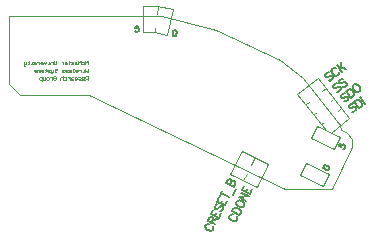
<source format=gbo>
G04*
G04 #@! TF.GenerationSoftware,Altium Limited,Altium Designer,22.6.1 (34)*
G04*
G04 Layer_Color=32896*
%FSLAX44Y44*%
%MOMM*%
G71*
G04*
G04 #@! TF.SameCoordinates,55340204-0453-48C6-9AD9-4A0BB80BD5D4*
G04*
G04*
G04 #@! TF.FilePolarity,Positive*
G04*
G01*
G75*
%ADD29C,0.0760*%
%ADD32C,0.1270*%
%ADD33C,0.0800*%
D29*
X490784Y-21743D02*
G03*
X496500Y-29020I6496J-781D01*
G01*
X476071Y-73900D02*
X481036Y-63720D01*
X456978Y-64588D02*
X461943Y-54408D01*
X481036Y-63720D01*
X456978Y-64588D02*
X476071Y-73900D01*
X485471Y-42800D02*
X490524Y-32440D01*
X465980Y-33294D02*
X471032Y-22934D01*
X490524Y-32440D01*
X465980Y-33294D02*
X485471Y-42800D01*
X420371Y-74500D02*
X429985Y-54787D01*
X397909Y-63545D02*
X407523Y-43832D01*
X429985Y-54787D01*
X397909Y-63545D02*
X420371Y-74500D01*
X459750Y17230D02*
X490784Y-21743D01*
X323570Y56400D02*
Y78300D01*
X344611Y54237D02*
X349055Y75748D01*
X340219Y70230D02*
X385913Y58311D01*
X335918Y78300D02*
X349055Y75748D01*
X335970Y72000D02*
X336670Y78100D01*
X333770Y56400D02*
X334266Y59872D01*
X323570Y56400D02*
X333502D01*
X323570Y78300D02*
X335918D01*
X333502Y56400D02*
X344611Y54237D01*
X468240Y-13266D02*
X469949Y-11899D01*
X474570Y-21500D02*
X476412Y-20053D01*
X210750Y70230D02*
X340219D01*
X210750Y12839D02*
Y70230D01*
X461570Y-4500D02*
X464270Y-2400D01*
X210750Y12839D02*
X220109Y3480D01*
X385913Y58311D02*
X440188Y32556D01*
X454368Y4273D02*
X471714Y17776D01*
X440188Y32556D02*
X459750Y17230D01*
X220109Y3480D02*
X278250D01*
X478535Y-26466D02*
X483284Y-28625D01*
X482670Y-1800D02*
X485170Y200D01*
X475570Y6700D02*
X478470Y9000D01*
X471714Y17776D02*
X498289Y-16558D01*
X489070Y-10000D02*
X491570Y-8100D01*
X415270Y-56200D02*
X418470Y-49400D01*
X443825Y-76020D02*
X483750D01*
X408770Y-69100D02*
X411670Y-63300D01*
X483284Y-28625D02*
X498289Y-16558D01*
X454368Y4273D02*
X478535Y-26466D01*
X483750Y-76020D02*
X500750Y-40770D01*
X496500Y-29020D02*
X500750Y-33770D01*
X278250Y3480D02*
X443825Y-76020D01*
X500750Y-40770D02*
Y-33770D01*
D32*
X399769Y-97870D02*
X399024Y-97877D01*
X398133Y-98184D01*
X397541Y-98637D01*
X396956Y-99835D01*
X396964Y-100580D01*
X397271Y-101471D01*
X397724Y-102063D01*
X398476Y-102801D01*
X399974Y-103531D01*
X401018Y-103670D01*
X401764Y-103663D01*
X402655Y-103356D01*
X403247Y-102903D01*
X403831Y-101705D01*
X403824Y-100960D01*
X403517Y-100068D01*
X403064Y-99476D01*
X399133Y-95372D02*
X405423Y-98440D01*
X399133Y-95372D02*
X400156Y-93275D01*
X400894Y-92522D01*
X401785Y-92216D01*
X402530Y-92208D01*
X403575Y-92347D01*
X405072Y-93077D01*
X405825Y-93815D01*
X406278Y-94407D01*
X406585Y-95298D01*
X406446Y-96343D01*
X405423Y-98440D01*
X402742Y-87973D02*
X402749Y-88718D01*
X403056Y-89610D01*
X403509Y-90201D01*
X404261Y-90939D01*
X405759Y-91670D01*
X406804Y-91808D01*
X407549Y-91801D01*
X408440Y-91494D01*
X409032Y-91041D01*
X409616Y-89843D01*
X409609Y-89098D01*
X409302Y-88207D01*
X408849Y-87615D01*
X408097Y-86877D01*
X406599Y-86147D01*
X405554Y-86008D01*
X404809Y-86015D01*
X403918Y-86322D01*
X403326Y-86775D01*
X402742Y-87973D01*
X404918Y-83510D02*
X411209Y-86578D01*
X404918Y-83510D02*
X413254Y-82385D01*
X406964Y-79317D02*
X413254Y-82385D01*
X409710Y-73685D02*
X407811Y-77579D01*
X414101Y-80647D01*
X416001Y-76753D01*
X410806Y-79040D02*
X411975Y-76644D01*
X379469Y-105770D02*
X378724Y-105777D01*
X377832Y-106084D01*
X377241Y-106537D01*
X376656Y-107735D01*
X376664Y-108480D01*
X376971Y-109371D01*
X377424Y-109963D01*
X378176Y-110701D01*
X379674Y-111431D01*
X380718Y-111570D01*
X381464Y-111563D01*
X382355Y-111256D01*
X382947Y-110803D01*
X383531Y-109605D01*
X383524Y-108860D01*
X383217Y-107968D01*
X382764Y-107376D01*
X378833Y-103272D02*
X385123Y-106340D01*
X378833Y-103272D02*
X380148Y-100576D01*
X380886Y-99824D01*
X381331Y-99670D01*
X382077Y-99663D01*
X382676Y-99955D01*
X383129Y-100547D01*
X383282Y-100992D01*
X383143Y-102037D01*
X381828Y-104733D01*
X382851Y-102636D02*
X387169Y-102146D01*
X383464Y-93777D02*
X381565Y-97670D01*
X387855Y-100738D01*
X389754Y-96845D01*
X384560Y-99131D02*
X385729Y-96735D01*
X386920Y-88973D02*
X386028Y-89280D01*
X385290Y-90032D01*
X384706Y-91230D01*
X384567Y-92275D01*
X384874Y-93167D01*
X385473Y-93459D01*
X386218Y-93451D01*
X386664Y-93298D01*
X387256Y-92845D01*
X388731Y-91340D01*
X389323Y-90887D01*
X389769Y-90733D01*
X390514Y-90726D01*
X391413Y-91164D01*
X391719Y-92056D01*
X391581Y-93100D01*
X390996Y-94298D01*
X390258Y-95051D01*
X389367Y-95358D01*
X388607Y-83233D02*
X386707Y-87127D01*
X392998Y-90195D01*
X394897Y-86301D01*
X389703Y-88588D02*
X390872Y-86192D01*
X390141Y-80088D02*
X396431Y-83156D01*
X389118Y-82185D02*
X391163Y-77991D01*
X399916Y-81333D02*
X402253Y-76540D01*
X394260Y-71641D02*
X400551Y-74709D01*
X394260Y-71641D02*
X395575Y-68945D01*
X396313Y-68193D01*
X396759Y-68039D01*
X397504Y-68032D01*
X398103Y-68324D01*
X398556Y-68916D01*
X398709Y-69361D01*
X398571Y-70406D01*
X397256Y-73102D02*
X398571Y-70406D01*
X399309Y-69654D01*
X399754Y-69500D01*
X400499Y-69493D01*
X401398Y-69931D01*
X401851Y-70523D01*
X402004Y-70968D01*
X401866Y-72013D01*
X400551Y-74709D01*
X494853Y4699D02*
X493918Y4814D01*
X492925Y4462D01*
X491874Y3641D01*
X491292Y2763D01*
X491177Y1827D01*
X491587Y1302D01*
X492260Y982D01*
X492728Y924D01*
X493458Y1072D01*
X495444Y1778D01*
X496175Y1926D01*
X496643Y1868D01*
X497316Y1548D01*
X497931Y760D01*
X497816Y-175D01*
X497234Y-1053D01*
X496183Y-1874D01*
X495190Y-2227D01*
X494254Y-2112D01*
X495472Y6452D02*
X499781Y937D01*
X495472Y6452D02*
X497310Y7888D01*
X498303Y8241D01*
X499239Y8126D01*
X499912Y7806D01*
X500790Y7223D01*
X501816Y5910D01*
X502169Y4917D01*
X502317Y4187D01*
X502202Y3251D01*
X501619Y2373D01*
X499781Y937D01*
X501959Y11520D02*
X501639Y10847D01*
X501524Y9911D01*
X501672Y9181D01*
X502024Y8188D01*
X503050Y6875D01*
X503929Y6292D01*
X504602Y5972D01*
X505537Y5857D01*
X506268Y6005D01*
X507318Y6825D01*
X507638Y7498D01*
X507753Y8434D01*
X507605Y9164D01*
X507252Y10157D01*
X506226Y11470D01*
X505348Y12053D01*
X504675Y12373D01*
X503740Y12488D01*
X503009Y12340D01*
X501959Y11520D01*
X501819Y-4004D02*
X500888Y-3857D01*
X499883Y-4175D01*
X498805Y-4959D01*
X498191Y-5816D01*
X498044Y-6747D01*
X498436Y-7286D01*
X499097Y-7630D01*
X499563Y-7703D01*
X500298Y-7581D01*
X502307Y-6945D01*
X503042Y-6823D01*
X503508Y-6897D01*
X504169Y-7240D01*
X504757Y-8049D01*
X504609Y-8980D01*
X503997Y-9837D01*
X502918Y-10621D01*
X501913Y-10939D01*
X500982Y-10791D01*
X502498Y-2275D02*
X506612Y-7937D01*
X502498Y-2275D02*
X504385Y-904D01*
X505390Y-586D01*
X506321Y-733D01*
X506983Y-1077D01*
X507840Y-1690D01*
X508819Y-3038D01*
X509137Y-4042D01*
X509259Y-4777D01*
X509112Y-5708D01*
X508499Y-6566D01*
X506612Y-7937D01*
X507540Y1388D02*
X511654Y-4274D01*
X481686Y22399D02*
X480753Y22530D01*
X479754Y22194D01*
X478689Y21392D01*
X478091Y20524D01*
X477960Y19591D01*
X478361Y19059D01*
X479028Y18727D01*
X479495Y18661D01*
X480228Y18796D01*
X482226Y19467D01*
X482959Y19602D01*
X483425Y19537D01*
X484093Y19205D01*
X484695Y18406D01*
X484563Y17473D01*
X483965Y16605D01*
X482901Y15803D01*
X481902Y15467D01*
X480968Y15598D01*
X487331Y25817D02*
X486663Y26149D01*
X485730Y26280D01*
X484997Y26145D01*
X483932Y25343D01*
X483601Y24676D01*
X483469Y23742D01*
X483604Y23010D01*
X483940Y22011D01*
X484943Y20680D01*
X485811Y20082D01*
X486478Y19750D01*
X487411Y19619D01*
X488144Y19754D01*
X489209Y20556D01*
X489540Y21223D01*
X489672Y22157D01*
X489537Y22890D01*
X487898Y28331D02*
X492110Y22742D01*
X491624Y31139D02*
X490706Y24605D01*
X491034Y26939D02*
X495836Y25550D01*
X351407Y57870D02*
X352066Y57482D01*
X352388Y56672D01*
X352373Y55439D01*
X352223Y54729D01*
X351735Y53597D01*
X351111Y52987D01*
X350351Y52902D01*
X349878Y53002D01*
X349218Y53390D01*
X348896Y54200D01*
X348911Y55433D01*
X349062Y56143D01*
X349549Y57275D01*
X350173Y57884D01*
X350933Y57970D01*
X351407Y57870D01*
X319972Y61879D02*
X317554D01*
X317312Y59702D01*
X317554Y59944D01*
X318279Y60186D01*
X319005D01*
X319730Y59944D01*
X320214Y59460D01*
X320456Y58735D01*
Y58251D01*
X320214Y57526D01*
X319730Y57042D01*
X319005Y56800D01*
X318279D01*
X317554Y57042D01*
X317312Y57284D01*
X317070Y57767D01*
X488453Y13000D02*
X487518Y13114D01*
X486525Y12761D01*
X485474Y11941D01*
X484892Y11063D01*
X484777Y10127D01*
X485187Y9602D01*
X485860Y9282D01*
X486328Y9224D01*
X487058Y9372D01*
X489044Y10078D01*
X489775Y10226D01*
X490243Y10168D01*
X490916Y9848D01*
X491531Y9060D01*
X491416Y8125D01*
X490834Y7247D01*
X489783Y6426D01*
X488790Y6073D01*
X487854Y6188D01*
X493364Y16836D02*
X492429Y16951D01*
X491436Y16598D01*
X490385Y15778D01*
X489803Y14899D01*
X489688Y13964D01*
X490098Y13439D01*
X490771Y13119D01*
X491239Y13061D01*
X491969Y13209D01*
X493955Y13915D01*
X494686Y14062D01*
X495154Y14005D01*
X495826Y13685D01*
X496442Y12897D01*
X496327Y11961D01*
X495744Y11083D01*
X494694Y10263D01*
X493701Y9910D01*
X492765Y10025D01*
X476969Y-56978D02*
X477505Y-56432D01*
X478369Y-56315D01*
X479562Y-56628D01*
X480214Y-56946D01*
X481194Y-57693D01*
X481635Y-58446D01*
X481534Y-59204D01*
X481322Y-59639D01*
X480786Y-60185D01*
X479922Y-60302D01*
X478729Y-59989D01*
X478077Y-59671D01*
X477096Y-58924D01*
X476656Y-58171D01*
X476757Y-57413D01*
X476969Y-56978D01*
X490877Y-37765D02*
X489817Y-39939D01*
X491668Y-41110D01*
X491556Y-40787D01*
X491657Y-40029D01*
X491975Y-39377D01*
X492510Y-38831D01*
X493157Y-38608D01*
X493915Y-38709D01*
X494350Y-38921D01*
X494896Y-39456D01*
X495119Y-40103D01*
X495018Y-40861D01*
X494700Y-41513D01*
X494165Y-42059D01*
X493841Y-42171D01*
X493301Y-42176D01*
D33*
X277020Y29187D02*
Y32186D01*
X276020Y31186D01*
X275021Y32186D01*
Y29187D01*
X272022Y31186D02*
X273521D01*
X274021Y30686D01*
Y29687D01*
X273521Y29187D01*
X272022D01*
X271022D02*
Y32186D01*
X270022Y31186D01*
X269023Y32186D01*
Y29187D01*
X267523Y31186D02*
X266523D01*
X266024Y30686D01*
Y29187D01*
X267523D01*
X268023Y29687D01*
X267523Y30186D01*
X266024D01*
X265024Y29187D02*
X263524D01*
X263025Y29687D01*
X263524Y30186D01*
X264524D01*
X265024Y30686D01*
X264524Y31186D01*
X263025D01*
X261525Y31686D02*
Y31186D01*
X262025D01*
X261025D01*
X261525D01*
Y29687D01*
X261025Y29187D01*
X258026D02*
X259026D01*
X259526Y29687D01*
Y30686D01*
X259026Y31186D01*
X258026D01*
X257526Y30686D01*
Y30186D01*
X259526D01*
X256527Y31186D02*
Y29187D01*
Y30186D01*
X256027Y30686D01*
X255527Y31186D01*
X255027D01*
X250529Y32186D02*
Y29687D01*
X250029Y29187D01*
X249029D01*
X248529Y29687D01*
Y32186D01*
X247530Y29187D02*
Y31186D01*
X246030D01*
X245530Y30686D01*
Y29187D01*
X244531D02*
X243531D01*
X244031D01*
Y31186D01*
X244531D01*
X242031D02*
X241032Y29187D01*
X240032Y31186D01*
X237533Y29187D02*
X238533D01*
X239032Y29687D01*
Y30686D01*
X238533Y31186D01*
X237533D01*
X237033Y30686D01*
Y30186D01*
X239032D01*
X236033Y31186D02*
Y29187D01*
Y30186D01*
X235534Y30686D01*
X235034Y31186D01*
X234534D01*
X233034Y29187D02*
X231535D01*
X231035Y29687D01*
X231535Y30186D01*
X232535D01*
X233034Y30686D01*
X232535Y31186D01*
X231035D01*
X230035Y29187D02*
X229036D01*
X229535D01*
Y31186D01*
X230035D01*
X227036Y31686D02*
Y31186D01*
X227536D01*
X226536D01*
X227036D01*
Y29687D01*
X226536Y29187D01*
X225037Y31186D02*
Y29687D01*
X224537Y29187D01*
X223038D01*
Y28687D01*
X223537Y28187D01*
X224037D01*
X223038Y29187D02*
Y31186D01*
X277020Y25667D02*
Y22668D01*
X276020Y23668D01*
X275021Y22668D01*
Y25667D01*
X274021Y22668D02*
X273021D01*
X273521D01*
Y24667D01*
X274021D01*
X271522D02*
Y22668D01*
Y23668D01*
X271022Y24168D01*
X270522Y24667D01*
X270022D01*
X267023Y22668D02*
X268023D01*
X268523Y23168D01*
Y24168D01*
X268023Y24667D01*
X267023D01*
X266523Y24168D01*
Y23668D01*
X268523D01*
X265524Y22668D02*
X264524D01*
X265024D01*
Y25667D01*
X265524D01*
X261525Y22668D02*
X262525D01*
X263025Y23168D01*
Y24168D01*
X262525Y24667D01*
X261525D01*
X261025Y24168D01*
Y23668D01*
X263025D01*
X260026Y22668D02*
X258526D01*
X258026Y23168D01*
X258526Y23668D01*
X259526D01*
X260026Y24168D01*
X259526Y24667D01*
X258026D01*
X257027Y22668D02*
X255527D01*
X255027Y23168D01*
X255527Y23668D01*
X256527D01*
X257027Y24168D01*
X256527Y24667D01*
X255027D01*
X249029Y25167D02*
X249529Y25667D01*
X250529D01*
X251028Y25167D01*
Y24667D01*
X250529Y24168D01*
X249529D01*
X249029Y23668D01*
Y23168D01*
X249529Y22668D01*
X250529D01*
X251028Y23168D01*
X248029Y24667D02*
Y23168D01*
X247530Y22668D01*
X246030D01*
Y22168D01*
X246530Y21669D01*
X247030D01*
X246030Y22668D02*
Y24667D01*
X245030Y22668D02*
X243531D01*
X243031Y23168D01*
X243531Y23668D01*
X244531D01*
X245030Y24168D01*
X244531Y24667D01*
X243031D01*
X241532Y25167D02*
Y24667D01*
X242031D01*
X241032D01*
X241532D01*
Y23168D01*
X241032Y22668D01*
X238033D02*
X239032D01*
X239532Y23168D01*
Y24168D01*
X239032Y24667D01*
X238033D01*
X237533Y24168D01*
Y23668D01*
X239532D01*
X236533Y22668D02*
Y24667D01*
X236033D01*
X235534Y24168D01*
Y22668D01*
Y24168D01*
X235034Y24667D01*
X234534Y24168D01*
Y22668D01*
X233534D02*
X232035D01*
X231535Y23168D01*
X232035Y23668D01*
X233034D01*
X233534Y24168D01*
X233034Y24667D01*
X231535D01*
X277020Y16150D02*
Y19149D01*
X275520D01*
X275021Y18649D01*
Y17649D01*
X275520Y17149D01*
X277020D01*
X276020D02*
X275021Y16150D01*
X272521D02*
X273521D01*
X274021Y16650D01*
Y17649D01*
X273521Y18149D01*
X272521D01*
X272022Y17649D01*
Y17149D01*
X274021D01*
X271022Y16150D02*
X269522D01*
X269023Y16650D01*
X269522Y17149D01*
X270522D01*
X271022Y17649D01*
X270522Y18149D01*
X269023D01*
X266523Y16150D02*
X267523D01*
X268023Y16650D01*
Y17649D01*
X267523Y18149D01*
X266523D01*
X266024Y17649D01*
Y17149D01*
X268023D01*
X264524Y18149D02*
X263524D01*
X263025Y17649D01*
Y16150D01*
X264524D01*
X265024Y16650D01*
X264524Y17149D01*
X263025D01*
X262025Y18149D02*
Y16150D01*
Y17149D01*
X261525Y17649D01*
X261025Y18149D01*
X260525D01*
X257027D02*
X258526D01*
X259026Y17649D01*
Y16650D01*
X258526Y16150D01*
X257027D01*
X256027Y19149D02*
Y16150D01*
Y17649D01*
X255527Y18149D01*
X254527D01*
X254028Y17649D01*
Y16150D01*
X248029Y18649D02*
X248529Y19149D01*
X249529D01*
X250029Y18649D01*
Y16650D01*
X249529Y16150D01*
X248529D01*
X248029Y16650D01*
Y17649D01*
X249029D01*
X247030Y18149D02*
Y16150D01*
Y17149D01*
X246530Y17649D01*
X246030Y18149D01*
X245530D01*
X243531Y16150D02*
X242531D01*
X242031Y16650D01*
Y17649D01*
X242531Y18149D01*
X243531D01*
X244031Y17649D01*
Y16650D01*
X243531Y16150D01*
X241032Y18149D02*
Y16650D01*
X240532Y16150D01*
X239032D01*
Y18149D01*
X238033Y15150D02*
Y18149D01*
X236533D01*
X236033Y17649D01*
Y16650D01*
X236533Y16150D01*
X238033D01*
M02*

</source>
